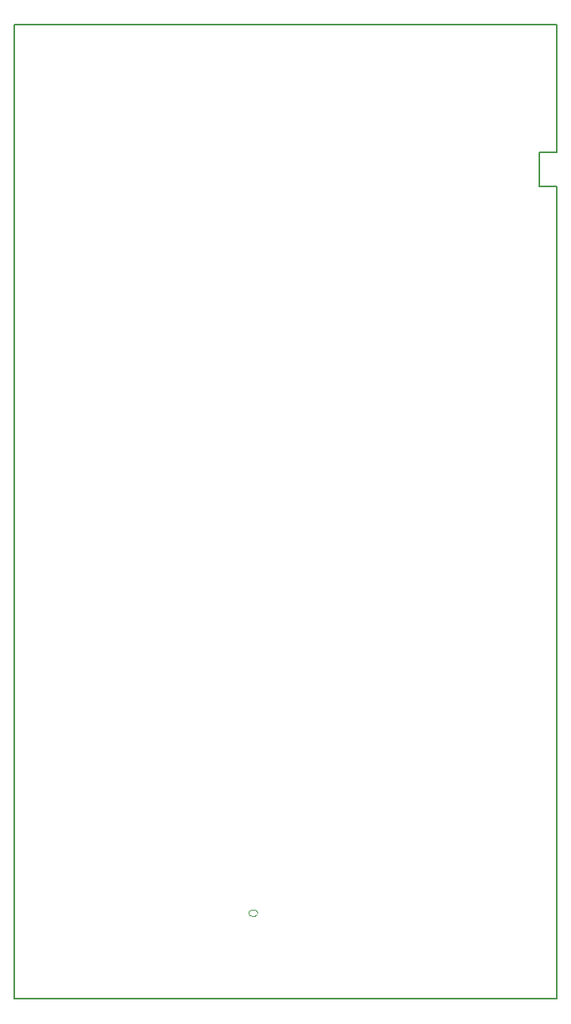
<source format=gm1>
G04 #@! TF.GenerationSoftware,KiCad,Pcbnew,(5.1.6-0-10_14)*
G04 #@! TF.CreationDate,2020-09-07T13:37:45-07:00*
G04 #@! TF.ProjectId,microgame2,6d696372-6f67-4616-9d65-322e6b696361,rev?*
G04 #@! TF.SameCoordinates,Original*
G04 #@! TF.FileFunction,Profile,NP*
%FSLAX46Y46*%
G04 Gerber Fmt 4.6, Leading zero omitted, Abs format (unit mm)*
G04 Created by KiCad (PCBNEW (5.1.6-0-10_14)) date 2020-09-07 13:37:45*
%MOMM*%
%LPD*%
G01*
G04 APERTURE LIST*
G04 #@! TA.AperFunction,Profile*
%ADD10C,0.150000*%
G04 #@! TD*
G04 #@! TA.AperFunction,Profile*
%ADD11C,0.100000*%
G04 #@! TD*
G04 APERTURE END LIST*
D10*
X179000000Y-53300000D02*
X179000000Y-140000000D01*
X179000000Y-36000000D02*
X179000000Y-49600000D01*
X177100000Y-49600000D02*
X179000000Y-49600000D01*
X177100000Y-53300000D02*
X177100000Y-49600000D01*
X179000000Y-53300000D02*
X177100000Y-53300000D01*
X121000000Y-140000000D02*
X179000000Y-140000000D01*
X121000000Y-36000000D02*
X121000000Y-140000000D01*
X121000000Y-36000000D02*
X179000000Y-36000000D01*
D11*
G04 #@! TO.C,J1*
X146700000Y-130525000D02*
X146400000Y-130525000D01*
X146400000Y-131175000D02*
X146700000Y-131175000D01*
X146700000Y-131175000D02*
G75*
G03*
X146700000Y-130525000I0J325000D01*
G01*
X146400000Y-130525000D02*
G75*
G03*
X146400000Y-131175000I0J-325000D01*
G01*
G04 #@! TD*
M02*

</source>
